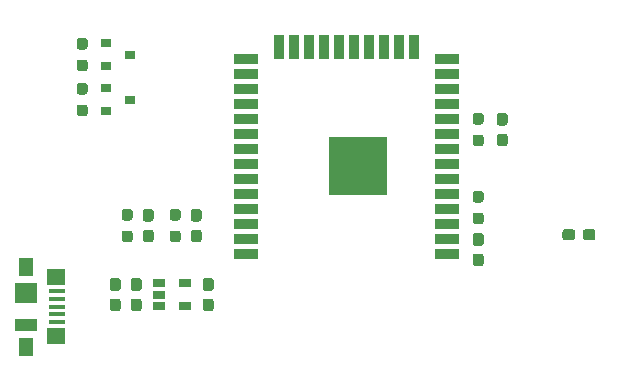
<source format=gtp>
%TF.GenerationSoftware,KiCad,Pcbnew,(5.1.10)-1*%
%TF.CreationDate,2021-09-30T00:23:06-04:00*%
%TF.ProjectId,soil_sensor,736f696c-5f73-4656-9e73-6f722e6b6963,rev?*%
%TF.SameCoordinates,Original*%
%TF.FileFunction,Paste,Top*%
%TF.FilePolarity,Positive*%
%FSLAX46Y46*%
G04 Gerber Fmt 4.6, Leading zero omitted, Abs format (unit mm)*
G04 Created by KiCad (PCBNEW (5.1.10)-1) date 2021-09-30 00:23:06*
%MOMM*%
%LPD*%
G01*
G04 APERTURE LIST*
%ADD10R,0.900000X0.800000*%
%ADD11R,1.060000X0.650000*%
%ADD12R,2.000000X0.900000*%
%ADD13R,0.900000X2.000000*%
%ADD14R,5.000000X5.000000*%
%ADD15R,1.900000X1.000000*%
%ADD16R,1.900000X1.800000*%
%ADD17R,1.300000X1.650000*%
%ADD18R,1.550000X1.425000*%
%ADD19R,1.380000X0.450000*%
G04 APERTURE END LIST*
D10*
%TO.C,Q2*%
X133334000Y-110744000D03*
X131334000Y-111694000D03*
X131334000Y-109794000D03*
%TD*%
%TO.C,Q1*%
X133334000Y-106934000D03*
X131334000Y-107884000D03*
X131334000Y-105984000D03*
%TD*%
%TO.C,C2*%
G36*
G01*
X132317500Y-126929000D02*
X131842500Y-126929000D01*
G75*
G02*
X131605000Y-126691500I0J237500D01*
G01*
X131605000Y-126091500D01*
G75*
G02*
X131842500Y-125854000I237500J0D01*
G01*
X132317500Y-125854000D01*
G75*
G02*
X132555000Y-126091500I0J-237500D01*
G01*
X132555000Y-126691500D01*
G75*
G02*
X132317500Y-126929000I-237500J0D01*
G01*
G37*
G36*
G01*
X132317500Y-128654000D02*
X131842500Y-128654000D01*
G75*
G02*
X131605000Y-128416500I0J237500D01*
G01*
X131605000Y-127816500D01*
G75*
G02*
X131842500Y-127579000I237500J0D01*
G01*
X132317500Y-127579000D01*
G75*
G02*
X132555000Y-127816500I0J-237500D01*
G01*
X132555000Y-128416500D01*
G75*
G02*
X132317500Y-128654000I-237500J0D01*
G01*
G37*
%TD*%
D11*
%TO.C,U3*%
X138006000Y-126304000D03*
X138006000Y-128204000D03*
X135806000Y-128204000D03*
X135806000Y-127254000D03*
X135806000Y-126304000D03*
%TD*%
D12*
%TO.C,U1*%
X143138000Y-123825000D03*
X143138000Y-122555000D03*
X143138000Y-121285000D03*
X143138000Y-120015000D03*
X143138000Y-118745000D03*
X143138000Y-117475000D03*
X143138000Y-116205000D03*
X143138000Y-114935000D03*
X143138000Y-113665000D03*
X143138000Y-112395000D03*
X143138000Y-111125000D03*
X143138000Y-109855000D03*
X143138000Y-108585000D03*
X143138000Y-107315000D03*
D13*
X145923000Y-106315000D03*
X147193000Y-106315000D03*
X148463000Y-106315000D03*
X149733000Y-106315000D03*
X151003000Y-106315000D03*
X152273000Y-106315000D03*
X153543000Y-106315000D03*
X154813000Y-106315000D03*
X156083000Y-106315000D03*
X157353000Y-106315000D03*
D12*
X160138000Y-107315000D03*
X160138000Y-108585000D03*
X160138000Y-109855000D03*
X160138000Y-111125000D03*
X160138000Y-112395000D03*
X160138000Y-113665000D03*
X160138000Y-114935000D03*
X160138000Y-116205000D03*
X160138000Y-117475000D03*
X160138000Y-118745000D03*
X160138000Y-120015000D03*
X160138000Y-121285000D03*
X160138000Y-122555000D03*
X160138000Y-123825000D03*
D14*
X152638000Y-116325000D03*
%TD*%
%TO.C,R6*%
G36*
G01*
X163051500Y-112859000D02*
X162576500Y-112859000D01*
G75*
G02*
X162339000Y-112621500I0J237500D01*
G01*
X162339000Y-112121500D01*
G75*
G02*
X162576500Y-111884000I237500J0D01*
G01*
X163051500Y-111884000D01*
G75*
G02*
X163289000Y-112121500I0J-237500D01*
G01*
X163289000Y-112621500D01*
G75*
G02*
X163051500Y-112859000I-237500J0D01*
G01*
G37*
G36*
G01*
X163051500Y-114684000D02*
X162576500Y-114684000D01*
G75*
G02*
X162339000Y-114446500I0J237500D01*
G01*
X162339000Y-113946500D01*
G75*
G02*
X162576500Y-113709000I237500J0D01*
G01*
X163051500Y-113709000D01*
G75*
G02*
X163289000Y-113946500I0J-237500D01*
G01*
X163289000Y-114446500D01*
G75*
G02*
X163051500Y-114684000I-237500J0D01*
G01*
G37*
%TD*%
%TO.C,R5*%
G36*
G01*
X137397500Y-120987000D02*
X136922500Y-120987000D01*
G75*
G02*
X136685000Y-120749500I0J237500D01*
G01*
X136685000Y-120249500D01*
G75*
G02*
X136922500Y-120012000I237500J0D01*
G01*
X137397500Y-120012000D01*
G75*
G02*
X137635000Y-120249500I0J-237500D01*
G01*
X137635000Y-120749500D01*
G75*
G02*
X137397500Y-120987000I-237500J0D01*
G01*
G37*
G36*
G01*
X137397500Y-122812000D02*
X136922500Y-122812000D01*
G75*
G02*
X136685000Y-122574500I0J237500D01*
G01*
X136685000Y-122074500D01*
G75*
G02*
X136922500Y-121837000I237500J0D01*
G01*
X137397500Y-121837000D01*
G75*
G02*
X137635000Y-122074500I0J-237500D01*
G01*
X137635000Y-122574500D01*
G75*
G02*
X137397500Y-122812000I-237500J0D01*
G01*
G37*
%TD*%
%TO.C,R4*%
G36*
G01*
X133333500Y-120987000D02*
X132858500Y-120987000D01*
G75*
G02*
X132621000Y-120749500I0J237500D01*
G01*
X132621000Y-120249500D01*
G75*
G02*
X132858500Y-120012000I237500J0D01*
G01*
X133333500Y-120012000D01*
G75*
G02*
X133571000Y-120249500I0J-237500D01*
G01*
X133571000Y-120749500D01*
G75*
G02*
X133333500Y-120987000I-237500J0D01*
G01*
G37*
G36*
G01*
X133333500Y-122812000D02*
X132858500Y-122812000D01*
G75*
G02*
X132621000Y-122574500I0J237500D01*
G01*
X132621000Y-122074500D01*
G75*
G02*
X132858500Y-121837000I237500J0D01*
G01*
X133333500Y-121837000D01*
G75*
G02*
X133571000Y-122074500I0J-237500D01*
G01*
X133571000Y-122574500D01*
G75*
G02*
X133333500Y-122812000I-237500J0D01*
G01*
G37*
%TD*%
%TO.C,R3*%
G36*
G01*
X162576500Y-120313000D02*
X163051500Y-120313000D01*
G75*
G02*
X163289000Y-120550500I0J-237500D01*
G01*
X163289000Y-121050500D01*
G75*
G02*
X163051500Y-121288000I-237500J0D01*
G01*
X162576500Y-121288000D01*
G75*
G02*
X162339000Y-121050500I0J237500D01*
G01*
X162339000Y-120550500D01*
G75*
G02*
X162576500Y-120313000I237500J0D01*
G01*
G37*
G36*
G01*
X162576500Y-118488000D02*
X163051500Y-118488000D01*
G75*
G02*
X163289000Y-118725500I0J-237500D01*
G01*
X163289000Y-119225500D01*
G75*
G02*
X163051500Y-119463000I-237500J0D01*
G01*
X162576500Y-119463000D01*
G75*
G02*
X162339000Y-119225500I0J237500D01*
G01*
X162339000Y-118725500D01*
G75*
G02*
X162576500Y-118488000I237500J0D01*
G01*
G37*
%TD*%
%TO.C,R2*%
G36*
G01*
X129523500Y-110319000D02*
X129048500Y-110319000D01*
G75*
G02*
X128811000Y-110081500I0J237500D01*
G01*
X128811000Y-109581500D01*
G75*
G02*
X129048500Y-109344000I237500J0D01*
G01*
X129523500Y-109344000D01*
G75*
G02*
X129761000Y-109581500I0J-237500D01*
G01*
X129761000Y-110081500D01*
G75*
G02*
X129523500Y-110319000I-237500J0D01*
G01*
G37*
G36*
G01*
X129523500Y-112144000D02*
X129048500Y-112144000D01*
G75*
G02*
X128811000Y-111906500I0J237500D01*
G01*
X128811000Y-111406500D01*
G75*
G02*
X129048500Y-111169000I237500J0D01*
G01*
X129523500Y-111169000D01*
G75*
G02*
X129761000Y-111406500I0J-237500D01*
G01*
X129761000Y-111906500D01*
G75*
G02*
X129523500Y-112144000I-237500J0D01*
G01*
G37*
%TD*%
%TO.C,R1*%
G36*
G01*
X129048500Y-107359000D02*
X129523500Y-107359000D01*
G75*
G02*
X129761000Y-107596500I0J-237500D01*
G01*
X129761000Y-108096500D01*
G75*
G02*
X129523500Y-108334000I-237500J0D01*
G01*
X129048500Y-108334000D01*
G75*
G02*
X128811000Y-108096500I0J237500D01*
G01*
X128811000Y-107596500D01*
G75*
G02*
X129048500Y-107359000I237500J0D01*
G01*
G37*
G36*
G01*
X129048500Y-105534000D02*
X129523500Y-105534000D01*
G75*
G02*
X129761000Y-105771500I0J-237500D01*
G01*
X129761000Y-106271500D01*
G75*
G02*
X129523500Y-106509000I-237500J0D01*
G01*
X129048500Y-106509000D01*
G75*
G02*
X128811000Y-106271500I0J237500D01*
G01*
X128811000Y-105771500D01*
G75*
G02*
X129048500Y-105534000I237500J0D01*
G01*
G37*
%TD*%
D15*
%TO.C,J1*%
X124530000Y-129820000D03*
D16*
X124530000Y-127120000D03*
D17*
X124530000Y-131645000D03*
X124530000Y-124895000D03*
D18*
X127105000Y-130757500D03*
X127105000Y-125782500D03*
D19*
X127190000Y-129570000D03*
X127190000Y-128920000D03*
X127190000Y-128270000D03*
X127190000Y-127620000D03*
X127190000Y-126970000D03*
%TD*%
%TO.C,D3*%
G36*
G01*
X164608500Y-113634000D02*
X165083500Y-113634000D01*
G75*
G02*
X165321000Y-113871500I0J-237500D01*
G01*
X165321000Y-114446500D01*
G75*
G02*
X165083500Y-114684000I-237500J0D01*
G01*
X164608500Y-114684000D01*
G75*
G02*
X164371000Y-114446500I0J237500D01*
G01*
X164371000Y-113871500D01*
G75*
G02*
X164608500Y-113634000I237500J0D01*
G01*
G37*
G36*
G01*
X164608500Y-111884000D02*
X165083500Y-111884000D01*
G75*
G02*
X165321000Y-112121500I0J-237500D01*
G01*
X165321000Y-112696500D01*
G75*
G02*
X165083500Y-112934000I-237500J0D01*
G01*
X164608500Y-112934000D01*
G75*
G02*
X164371000Y-112696500I0J237500D01*
G01*
X164371000Y-112121500D01*
G75*
G02*
X164608500Y-111884000I237500J0D01*
G01*
G37*
%TD*%
%TO.C,D2*%
G36*
G01*
X139175500Y-121062000D02*
X138700500Y-121062000D01*
G75*
G02*
X138463000Y-120824500I0J237500D01*
G01*
X138463000Y-120249500D01*
G75*
G02*
X138700500Y-120012000I237500J0D01*
G01*
X139175500Y-120012000D01*
G75*
G02*
X139413000Y-120249500I0J-237500D01*
G01*
X139413000Y-120824500D01*
G75*
G02*
X139175500Y-121062000I-237500J0D01*
G01*
G37*
G36*
G01*
X139175500Y-122812000D02*
X138700500Y-122812000D01*
G75*
G02*
X138463000Y-122574500I0J237500D01*
G01*
X138463000Y-121999500D01*
G75*
G02*
X138700500Y-121762000I237500J0D01*
G01*
X139175500Y-121762000D01*
G75*
G02*
X139413000Y-121999500I0J-237500D01*
G01*
X139413000Y-122574500D01*
G75*
G02*
X139175500Y-122812000I-237500J0D01*
G01*
G37*
%TD*%
%TO.C,D1*%
G36*
G01*
X135111500Y-121062000D02*
X134636500Y-121062000D01*
G75*
G02*
X134399000Y-120824500I0J237500D01*
G01*
X134399000Y-120249500D01*
G75*
G02*
X134636500Y-120012000I237500J0D01*
G01*
X135111500Y-120012000D01*
G75*
G02*
X135349000Y-120249500I0J-237500D01*
G01*
X135349000Y-120824500D01*
G75*
G02*
X135111500Y-121062000I-237500J0D01*
G01*
G37*
G36*
G01*
X135111500Y-122812000D02*
X134636500Y-122812000D01*
G75*
G02*
X134399000Y-122574500I0J237500D01*
G01*
X134399000Y-121999500D01*
G75*
G02*
X134636500Y-121762000I237500J0D01*
G01*
X135111500Y-121762000D01*
G75*
G02*
X135349000Y-121999500I0J-237500D01*
G01*
X135349000Y-122574500D01*
G75*
G02*
X135111500Y-122812000I-237500J0D01*
G01*
G37*
%TD*%
%TO.C,C5*%
G36*
G01*
X171024500Y-121936500D02*
X171024500Y-122411500D01*
G75*
G02*
X170787000Y-122649000I-237500J0D01*
G01*
X170187000Y-122649000D01*
G75*
G02*
X169949500Y-122411500I0J237500D01*
G01*
X169949500Y-121936500D01*
G75*
G02*
X170187000Y-121699000I237500J0D01*
G01*
X170787000Y-121699000D01*
G75*
G02*
X171024500Y-121936500I0J-237500D01*
G01*
G37*
G36*
G01*
X172749500Y-121936500D02*
X172749500Y-122411500D01*
G75*
G02*
X172512000Y-122649000I-237500J0D01*
G01*
X171912000Y-122649000D01*
G75*
G02*
X171674500Y-122411500I0J237500D01*
G01*
X171674500Y-121936500D01*
G75*
G02*
X171912000Y-121699000I237500J0D01*
G01*
X172512000Y-121699000D01*
G75*
G02*
X172749500Y-121936500I0J-237500D01*
G01*
G37*
%TD*%
%TO.C,C4*%
G36*
G01*
X163051500Y-123119000D02*
X162576500Y-123119000D01*
G75*
G02*
X162339000Y-122881500I0J237500D01*
G01*
X162339000Y-122281500D01*
G75*
G02*
X162576500Y-122044000I237500J0D01*
G01*
X163051500Y-122044000D01*
G75*
G02*
X163289000Y-122281500I0J-237500D01*
G01*
X163289000Y-122881500D01*
G75*
G02*
X163051500Y-123119000I-237500J0D01*
G01*
G37*
G36*
G01*
X163051500Y-124844000D02*
X162576500Y-124844000D01*
G75*
G02*
X162339000Y-124606500I0J237500D01*
G01*
X162339000Y-124006500D01*
G75*
G02*
X162576500Y-123769000I237500J0D01*
G01*
X163051500Y-123769000D01*
G75*
G02*
X163289000Y-124006500I0J-237500D01*
G01*
X163289000Y-124606500D01*
G75*
G02*
X163051500Y-124844000I-237500J0D01*
G01*
G37*
%TD*%
%TO.C,C3*%
G36*
G01*
X140191500Y-126929000D02*
X139716500Y-126929000D01*
G75*
G02*
X139479000Y-126691500I0J237500D01*
G01*
X139479000Y-126091500D01*
G75*
G02*
X139716500Y-125854000I237500J0D01*
G01*
X140191500Y-125854000D01*
G75*
G02*
X140429000Y-126091500I0J-237500D01*
G01*
X140429000Y-126691500D01*
G75*
G02*
X140191500Y-126929000I-237500J0D01*
G01*
G37*
G36*
G01*
X140191500Y-128654000D02*
X139716500Y-128654000D01*
G75*
G02*
X139479000Y-128416500I0J237500D01*
G01*
X139479000Y-127816500D01*
G75*
G02*
X139716500Y-127579000I237500J0D01*
G01*
X140191500Y-127579000D01*
G75*
G02*
X140429000Y-127816500I0J-237500D01*
G01*
X140429000Y-128416500D01*
G75*
G02*
X140191500Y-128654000I-237500J0D01*
G01*
G37*
%TD*%
%TO.C,C1*%
G36*
G01*
X134095500Y-126929000D02*
X133620500Y-126929000D01*
G75*
G02*
X133383000Y-126691500I0J237500D01*
G01*
X133383000Y-126091500D01*
G75*
G02*
X133620500Y-125854000I237500J0D01*
G01*
X134095500Y-125854000D01*
G75*
G02*
X134333000Y-126091500I0J-237500D01*
G01*
X134333000Y-126691500D01*
G75*
G02*
X134095500Y-126929000I-237500J0D01*
G01*
G37*
G36*
G01*
X134095500Y-128654000D02*
X133620500Y-128654000D01*
G75*
G02*
X133383000Y-128416500I0J237500D01*
G01*
X133383000Y-127816500D01*
G75*
G02*
X133620500Y-127579000I237500J0D01*
G01*
X134095500Y-127579000D01*
G75*
G02*
X134333000Y-127816500I0J-237500D01*
G01*
X134333000Y-128416500D01*
G75*
G02*
X134095500Y-128654000I-237500J0D01*
G01*
G37*
%TD*%
M02*

</source>
